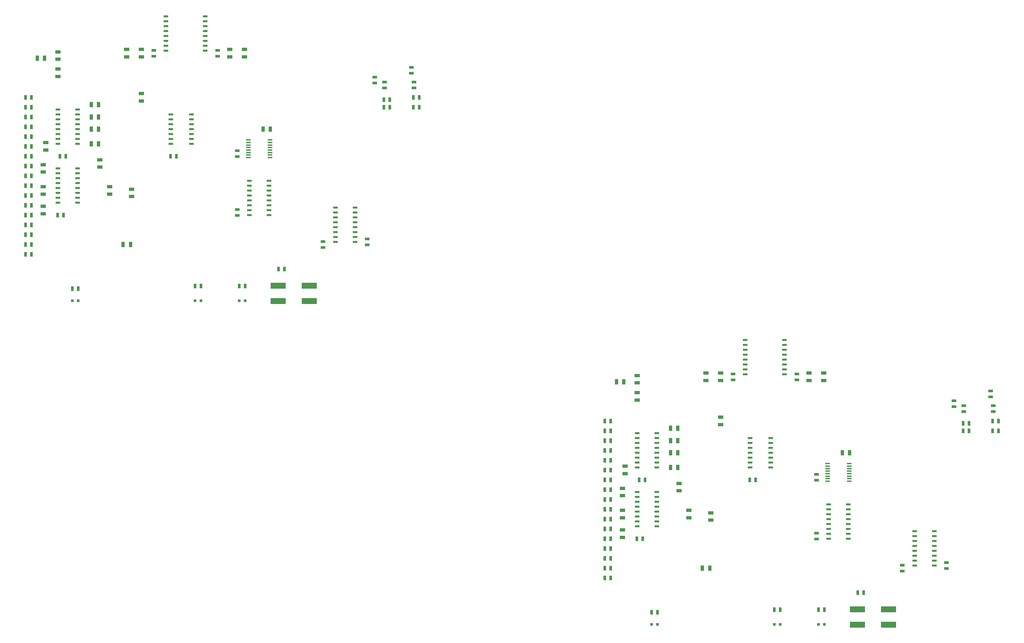
<source format=gtp>
G04 (created by PCBNEW (2013-jul-07)-stable) date Sat 02 May 2015 02:19:32 PM CEST*
%MOIN*%
G04 Gerber Fmt 3.4, Leading zero omitted, Abs format*
%FSLAX34Y34*%
G01*
G70*
G90*
G04 APERTURE LIST*
%ADD10C,0.00590551*%
%ADD11R,0.05X0.015*%
%ADD12R,0.045X0.02*%
%ADD13R,0.1575X0.06*%
%ADD14R,0.055X0.035*%
%ADD15R,0.035X0.055*%
%ADD16R,0.025X0.045*%
%ADD17R,0.045X0.025*%
%ADD18R,0.0314X0.0314*%
G04 APERTURE END LIST*
G54D10*
G54D11*
X116602Y-56146D03*
X116602Y-55890D03*
X116602Y-55634D03*
X116602Y-55378D03*
X116602Y-55122D03*
X116602Y-54866D03*
X116602Y-54610D03*
X116602Y-54354D03*
X114398Y-54354D03*
X114398Y-54610D03*
X114398Y-54866D03*
X114398Y-55122D03*
X114398Y-55378D03*
X114398Y-55634D03*
X114398Y-55890D03*
X114398Y-56146D03*
G54D12*
X110000Y-45250D03*
X110000Y-44750D03*
X110000Y-44250D03*
X110000Y-43750D03*
X110000Y-43250D03*
X110000Y-42750D03*
X110000Y-42250D03*
X110000Y-41750D03*
X106000Y-41750D03*
X106000Y-42250D03*
X106000Y-42750D03*
X106000Y-43250D03*
X106000Y-43750D03*
X106000Y-44250D03*
X106000Y-44750D03*
X106000Y-45250D03*
X125250Y-64750D03*
X125250Y-64250D03*
X125250Y-63750D03*
X125250Y-63250D03*
X125250Y-62750D03*
X125250Y-62250D03*
X125250Y-61750D03*
X125250Y-61250D03*
X123250Y-61250D03*
X123250Y-61750D03*
X123250Y-62250D03*
X123250Y-62750D03*
X123250Y-63250D03*
X123250Y-63750D03*
X123250Y-64250D03*
X123250Y-64750D03*
X116500Y-62000D03*
X116500Y-61500D03*
X116500Y-61000D03*
X116500Y-60500D03*
X116500Y-60000D03*
X116500Y-59500D03*
X116500Y-59000D03*
X116500Y-58500D03*
X114500Y-58500D03*
X114500Y-59000D03*
X114500Y-59500D03*
X114500Y-60000D03*
X114500Y-60500D03*
X114500Y-61000D03*
X114500Y-61500D03*
X114500Y-62000D03*
X97000Y-60750D03*
X97000Y-60250D03*
X97000Y-59750D03*
X97000Y-59250D03*
X97000Y-58750D03*
X97000Y-58250D03*
X97000Y-57750D03*
X97000Y-57250D03*
X95000Y-57250D03*
X95000Y-57750D03*
X95000Y-58250D03*
X95000Y-58750D03*
X95000Y-59250D03*
X95000Y-59750D03*
X95000Y-60250D03*
X95000Y-60750D03*
X97000Y-54750D03*
X97000Y-54250D03*
X97000Y-53750D03*
X97000Y-53250D03*
X97000Y-52750D03*
X97000Y-52250D03*
X97000Y-51750D03*
X97000Y-51250D03*
X95000Y-51250D03*
X95000Y-51750D03*
X95000Y-52250D03*
X95000Y-52750D03*
X95000Y-53250D03*
X95000Y-53750D03*
X95000Y-54250D03*
X95000Y-54750D03*
X108600Y-54750D03*
X108600Y-54250D03*
X108600Y-53750D03*
X108600Y-53250D03*
X108600Y-52750D03*
X108600Y-52250D03*
X108600Y-51750D03*
X106500Y-51750D03*
X106500Y-52250D03*
X106500Y-52750D03*
X106500Y-53250D03*
X106500Y-53750D03*
X106500Y-54250D03*
X106500Y-54750D03*
G54D13*
X117425Y-69213D03*
X117425Y-70787D03*
X120575Y-69213D03*
X120575Y-70787D03*
G54D14*
X103500Y-50375D03*
X103500Y-49625D03*
G54D15*
X101625Y-65000D03*
X102375Y-65000D03*
X98375Y-54750D03*
X99125Y-54750D03*
X98375Y-53250D03*
X99125Y-53250D03*
X98375Y-52000D03*
X99125Y-52000D03*
X98375Y-50750D03*
X99125Y-50750D03*
G54D14*
X95000Y-46125D03*
X95000Y-45375D03*
X95000Y-47125D03*
X95000Y-47875D03*
G54D15*
X92875Y-46000D03*
X93625Y-46000D03*
G54D14*
X93500Y-61125D03*
X93500Y-61875D03*
X102000Y-45125D03*
X102000Y-45875D03*
X103500Y-45125D03*
X103500Y-45875D03*
X93500Y-59125D03*
X93500Y-59875D03*
X93500Y-57625D03*
X93500Y-56875D03*
X112500Y-45125D03*
X112500Y-45875D03*
X93750Y-54625D03*
X93750Y-55375D03*
X114000Y-45125D03*
X114000Y-45875D03*
X100250Y-59125D03*
X100250Y-59875D03*
X102500Y-59375D03*
X102500Y-60125D03*
X99250Y-57125D03*
X99250Y-56375D03*
G54D16*
X128200Y-50250D03*
X128800Y-50250D03*
X131200Y-50000D03*
X131800Y-50000D03*
X128200Y-51000D03*
X128800Y-51000D03*
X131200Y-51000D03*
X131800Y-51000D03*
G54D17*
X127250Y-48550D03*
X127250Y-47950D03*
G54D16*
X95200Y-56000D03*
X95800Y-56000D03*
X106450Y-56000D03*
X107050Y-56000D03*
X94950Y-62000D03*
X95550Y-62000D03*
X108950Y-69250D03*
X109550Y-69250D03*
X113450Y-69250D03*
X114050Y-69250D03*
G54D17*
X122000Y-64700D03*
X122000Y-65300D03*
G54D16*
X117450Y-67500D03*
X118050Y-67500D03*
X91700Y-56000D03*
X92300Y-56000D03*
G54D17*
X131250Y-49050D03*
X131250Y-48450D03*
G54D16*
X91700Y-54000D03*
X92300Y-54000D03*
X91700Y-53000D03*
X92300Y-53000D03*
X91700Y-52000D03*
X92300Y-52000D03*
X91700Y-51000D03*
X92300Y-51000D03*
X91700Y-50000D03*
X92300Y-50000D03*
X91700Y-55000D03*
X92300Y-55000D03*
X96450Y-69500D03*
X97050Y-69500D03*
G54D17*
X111250Y-45200D03*
X111250Y-45800D03*
X104750Y-45200D03*
X104750Y-45800D03*
G54D16*
X91700Y-65000D03*
X92300Y-65000D03*
G54D17*
X128250Y-48450D03*
X128250Y-49050D03*
X131000Y-46950D03*
X131000Y-47550D03*
G54D16*
X91700Y-66000D03*
X92300Y-66000D03*
X91700Y-57000D03*
X92300Y-57000D03*
X91700Y-64000D03*
X92300Y-64000D03*
X91700Y-63000D03*
X92300Y-63000D03*
X91700Y-62000D03*
X92300Y-62000D03*
X91700Y-61000D03*
X92300Y-61000D03*
X91700Y-60000D03*
X92300Y-60000D03*
X91700Y-59000D03*
X92300Y-59000D03*
X91700Y-58000D03*
X92300Y-58000D03*
G54D18*
X97045Y-70750D03*
X96455Y-70750D03*
X109545Y-70750D03*
X108955Y-70750D03*
X114045Y-70750D03*
X113455Y-70750D03*
G54D15*
X115875Y-53250D03*
X116625Y-53250D03*
G54D17*
X126500Y-64450D03*
X126500Y-65050D03*
X113250Y-62050D03*
X113250Y-61450D03*
X113250Y-56050D03*
X113250Y-55450D03*
G54D11*
X57602Y-23146D03*
X57602Y-22890D03*
X57602Y-22634D03*
X57602Y-22378D03*
X57602Y-22122D03*
X57602Y-21866D03*
X57602Y-21610D03*
X57602Y-21354D03*
X55398Y-21354D03*
X55398Y-21610D03*
X55398Y-21866D03*
X55398Y-22122D03*
X55398Y-22378D03*
X55398Y-22634D03*
X55398Y-22890D03*
X55398Y-23146D03*
G54D12*
X51000Y-12250D03*
X51000Y-11750D03*
X51000Y-11250D03*
X51000Y-10750D03*
X51000Y-10250D03*
X51000Y-9750D03*
X51000Y-9250D03*
X51000Y-8750D03*
X47000Y-8750D03*
X47000Y-9250D03*
X47000Y-9750D03*
X47000Y-10250D03*
X47000Y-10750D03*
X47000Y-11250D03*
X47000Y-11750D03*
X47000Y-12250D03*
X66250Y-31750D03*
X66250Y-31250D03*
X66250Y-30750D03*
X66250Y-30250D03*
X66250Y-29750D03*
X66250Y-29250D03*
X66250Y-28750D03*
X66250Y-28250D03*
X64250Y-28250D03*
X64250Y-28750D03*
X64250Y-29250D03*
X64250Y-29750D03*
X64250Y-30250D03*
X64250Y-30750D03*
X64250Y-31250D03*
X64250Y-31750D03*
X57500Y-29000D03*
X57500Y-28500D03*
X57500Y-28000D03*
X57500Y-27500D03*
X57500Y-27000D03*
X57500Y-26500D03*
X57500Y-26000D03*
X57500Y-25500D03*
X55500Y-25500D03*
X55500Y-26000D03*
X55500Y-26500D03*
X55500Y-27000D03*
X55500Y-27500D03*
X55500Y-28000D03*
X55500Y-28500D03*
X55500Y-29000D03*
X38000Y-27750D03*
X38000Y-27250D03*
X38000Y-26750D03*
X38000Y-26250D03*
X38000Y-25750D03*
X38000Y-25250D03*
X38000Y-24750D03*
X38000Y-24250D03*
X36000Y-24250D03*
X36000Y-24750D03*
X36000Y-25250D03*
X36000Y-25750D03*
X36000Y-26250D03*
X36000Y-26750D03*
X36000Y-27250D03*
X36000Y-27750D03*
X38000Y-21750D03*
X38000Y-21250D03*
X38000Y-20750D03*
X38000Y-20250D03*
X38000Y-19750D03*
X38000Y-19250D03*
X38000Y-18750D03*
X38000Y-18250D03*
X36000Y-18250D03*
X36000Y-18750D03*
X36000Y-19250D03*
X36000Y-19750D03*
X36000Y-20250D03*
X36000Y-20750D03*
X36000Y-21250D03*
X36000Y-21750D03*
X49600Y-21750D03*
X49600Y-21250D03*
X49600Y-20750D03*
X49600Y-20250D03*
X49600Y-19750D03*
X49600Y-19250D03*
X49600Y-18750D03*
X47500Y-18750D03*
X47500Y-19250D03*
X47500Y-19750D03*
X47500Y-20250D03*
X47500Y-20750D03*
X47500Y-21250D03*
X47500Y-21750D03*
G54D13*
X58425Y-36213D03*
X58425Y-37787D03*
X61575Y-36213D03*
X61575Y-37787D03*
G54D14*
X44500Y-17375D03*
X44500Y-16625D03*
G54D15*
X42625Y-32000D03*
X43375Y-32000D03*
X39375Y-21750D03*
X40125Y-21750D03*
X39375Y-20250D03*
X40125Y-20250D03*
X39375Y-19000D03*
X40125Y-19000D03*
X39375Y-17750D03*
X40125Y-17750D03*
G54D14*
X36000Y-13125D03*
X36000Y-12375D03*
X36000Y-14125D03*
X36000Y-14875D03*
G54D15*
X33875Y-13000D03*
X34625Y-13000D03*
G54D14*
X34500Y-28125D03*
X34500Y-28875D03*
X43000Y-12125D03*
X43000Y-12875D03*
X44500Y-12125D03*
X44500Y-12875D03*
X34500Y-26125D03*
X34500Y-26875D03*
X34500Y-24625D03*
X34500Y-23875D03*
X53500Y-12125D03*
X53500Y-12875D03*
X34750Y-21625D03*
X34750Y-22375D03*
X55000Y-12125D03*
X55000Y-12875D03*
X41250Y-26125D03*
X41250Y-26875D03*
X43500Y-26375D03*
X43500Y-27125D03*
X40250Y-24125D03*
X40250Y-23375D03*
G54D16*
X69200Y-17250D03*
X69800Y-17250D03*
X72200Y-17000D03*
X72800Y-17000D03*
X69200Y-18000D03*
X69800Y-18000D03*
X72200Y-18000D03*
X72800Y-18000D03*
G54D17*
X68250Y-15550D03*
X68250Y-14950D03*
G54D16*
X36200Y-23000D03*
X36800Y-23000D03*
X47450Y-23000D03*
X48050Y-23000D03*
X35950Y-29000D03*
X36550Y-29000D03*
X49950Y-36250D03*
X50550Y-36250D03*
X54450Y-36250D03*
X55050Y-36250D03*
G54D17*
X63000Y-31700D03*
X63000Y-32300D03*
G54D16*
X58450Y-34500D03*
X59050Y-34500D03*
X32700Y-23000D03*
X33300Y-23000D03*
G54D17*
X72250Y-16050D03*
X72250Y-15450D03*
G54D16*
X32700Y-21000D03*
X33300Y-21000D03*
X32700Y-20000D03*
X33300Y-20000D03*
X32700Y-19000D03*
X33300Y-19000D03*
X32700Y-18000D03*
X33300Y-18000D03*
X32700Y-17000D03*
X33300Y-17000D03*
X32700Y-22000D03*
X33300Y-22000D03*
X37450Y-36500D03*
X38050Y-36500D03*
G54D17*
X52250Y-12200D03*
X52250Y-12800D03*
X45750Y-12200D03*
X45750Y-12800D03*
G54D16*
X32700Y-32000D03*
X33300Y-32000D03*
G54D17*
X69250Y-15450D03*
X69250Y-16050D03*
X72000Y-13950D03*
X72000Y-14550D03*
G54D16*
X32700Y-33000D03*
X33300Y-33000D03*
X32700Y-24000D03*
X33300Y-24000D03*
X32700Y-31000D03*
X33300Y-31000D03*
X32700Y-30000D03*
X33300Y-30000D03*
X32700Y-29000D03*
X33300Y-29000D03*
X32700Y-28000D03*
X33300Y-28000D03*
X32700Y-27000D03*
X33300Y-27000D03*
X32700Y-26000D03*
X33300Y-26000D03*
X32700Y-25000D03*
X33300Y-25000D03*
G54D18*
X38045Y-37750D03*
X37455Y-37750D03*
X50545Y-37750D03*
X49955Y-37750D03*
X55045Y-37750D03*
X54455Y-37750D03*
G54D15*
X56875Y-20250D03*
X57625Y-20250D03*
G54D17*
X67500Y-31450D03*
X67500Y-32050D03*
X54250Y-29050D03*
X54250Y-28450D03*
X54250Y-23050D03*
X54250Y-22450D03*
M02*

</source>
